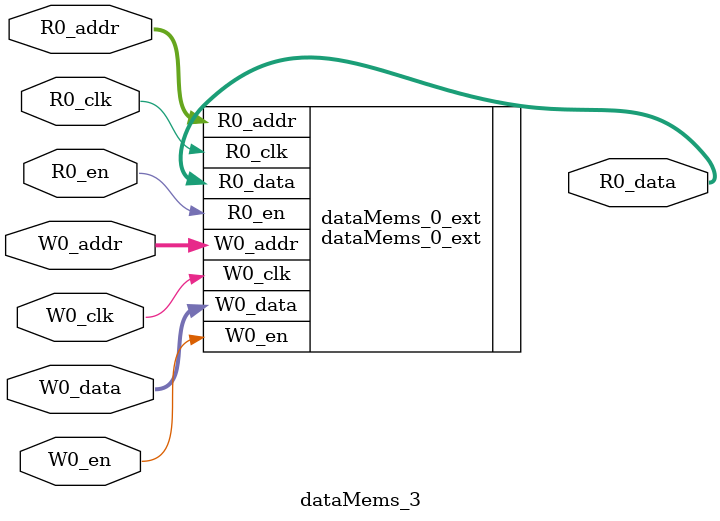
<source format=sv>
`ifndef RANDOMIZE
  `ifdef RANDOMIZE_REG_INIT
    `define RANDOMIZE
  `endif // RANDOMIZE_REG_INIT
`endif // not def RANDOMIZE
`ifndef RANDOMIZE
  `ifdef RANDOMIZE_MEM_INIT
    `define RANDOMIZE
  `endif // RANDOMIZE_MEM_INIT
`endif // not def RANDOMIZE

`ifndef RANDOM
  `define RANDOM $random
`endif // not def RANDOM

// Users can define 'PRINTF_COND' to add an extra gate to prints.
`ifndef PRINTF_COND_
  `ifdef PRINTF_COND
    `define PRINTF_COND_ (`PRINTF_COND)
  `else  // PRINTF_COND
    `define PRINTF_COND_ 1
  `endif // PRINTF_COND
`endif // not def PRINTF_COND_

// Users can define 'ASSERT_VERBOSE_COND' to add an extra gate to assert error printing.
`ifndef ASSERT_VERBOSE_COND_
  `ifdef ASSERT_VERBOSE_COND
    `define ASSERT_VERBOSE_COND_ (`ASSERT_VERBOSE_COND)
  `else  // ASSERT_VERBOSE_COND
    `define ASSERT_VERBOSE_COND_ 1
  `endif // ASSERT_VERBOSE_COND
`endif // not def ASSERT_VERBOSE_COND_

// Users can define 'STOP_COND' to add an extra gate to stop conditions.
`ifndef STOP_COND_
  `ifdef STOP_COND
    `define STOP_COND_ (`STOP_COND)
  `else  // STOP_COND
    `define STOP_COND_ 1
  `endif // STOP_COND
`endif // not def STOP_COND_

// Users can define INIT_RANDOM as general code that gets injected into the
// initializer block for modules with registers.
`ifndef INIT_RANDOM
  `define INIT_RANDOM
`endif // not def INIT_RANDOM

// If using random initialization, you can also define RANDOMIZE_DELAY to
// customize the delay used, otherwise 0.002 is used.
`ifndef RANDOMIZE_DELAY
  `define RANDOMIZE_DELAY 0.002
`endif // not def RANDOMIZE_DELAY

// Define INIT_RANDOM_PROLOG_ for use in our modules below.
`ifndef INIT_RANDOM_PROLOG_
  `ifdef RANDOMIZE
    `ifdef VERILATOR
      `define INIT_RANDOM_PROLOG_ `INIT_RANDOM
    `else  // VERILATOR
      `define INIT_RANDOM_PROLOG_ `INIT_RANDOM #`RANDOMIZE_DELAY begin end
    `endif // VERILATOR
  `else  // RANDOMIZE
    `define INIT_RANDOM_PROLOG_
  `endif // RANDOMIZE
`endif // not def INIT_RANDOM_PROLOG_

// Include register initializers in init blocks unless synthesis is set
`ifndef SYNTHESIS
  `ifndef ENABLE_INITIAL_REG_
    `define ENABLE_INITIAL_REG_
  `endif // not def ENABLE_INITIAL_REG_
`endif // not def SYNTHESIS

// Include rmemory initializers in init blocks unless synthesis is set
`ifndef SYNTHESIS
  `ifndef ENABLE_INITIAL_MEM_
    `define ENABLE_INITIAL_MEM_
  `endif // not def ENABLE_INITIAL_MEM_
`endif // not def SYNTHESIS

module dataMems_3(	// @[generators/ara/src/main/scala/UnsafeAXI4ToTL.scala:365:62]
  input  [4:0]  R0_addr,
  input         R0_en,
  input         R0_clk,
  output [66:0] R0_data,
  input  [4:0]  W0_addr,
  input         W0_en,
  input         W0_clk,
  input  [66:0] W0_data
);

  dataMems_0_ext dataMems_0_ext (	// @[generators/ara/src/main/scala/UnsafeAXI4ToTL.scala:365:62]
    .R0_addr (R0_addr),
    .R0_en   (R0_en),
    .R0_clk  (R0_clk),
    .R0_data (R0_data),
    .W0_addr (W0_addr),
    .W0_en   (W0_en),
    .W0_clk  (W0_clk),
    .W0_data (W0_data)
  );
endmodule


</source>
